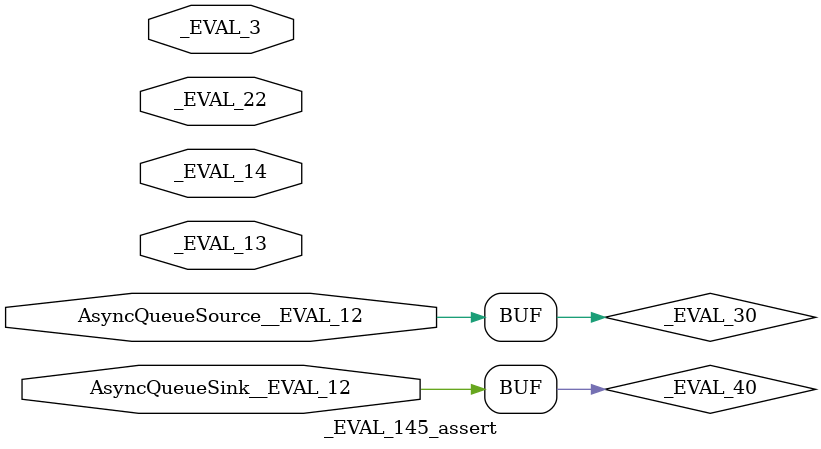
<source format=sv>
module _EVAL_145_assert(
  input   _EVAL_3,
  input   _EVAL_13,
  input   _EVAL_14,
  input   _EVAL_22,
  input   AsyncQueueSource__EVAL_12,
  input   AsyncQueueSink__EVAL_12
);
  wire  _EVAL_29;
  wire  _EVAL_30;
  wire  _EVAL_31;
  wire  _EVAL_32;
  wire  _EVAL_33;
  wire  _EVAL_34;
  wire  _EVAL_35;
  wire  _EVAL_36;
  wire  _EVAL_37;
  wire  _EVAL_38;
  wire  _EVAL_39;
  wire  _EVAL_40;
  wire  _EVAL_41;
  wire  _EVAL_42;
  wire  _EVAL_43;
  assign _EVAL_38 = ~_EVAL_14;
  assign _EVAL_30 = AsyncQueueSource__EVAL_12;
  assign _EVAL_42 = _EVAL_40 & _EVAL_32;
  assign _EVAL_43 = ~_EVAL_3;
  assign _EVAL_35 = _EVAL_29 & _EVAL_13;
  assign _EVAL_32 = ~_EVAL_13;
  assign _EVAL_39 = _EVAL_29 & _EVAL_32;
  assign _EVAL_29 = ~_EVAL_40;
  assign _EVAL_40 = AsyncQueueSink__EVAL_12;
  assign _EVAL_31 = ~_EVAL_30;
  assign _EVAL_36 = _EVAL_14 & _EVAL_31;
  assign _EVAL_33 = _EVAL_40 & _EVAL_13;
  assign _EVAL_37 = _EVAL_38 & _EVAL_31;
  assign _EVAL_41 = _EVAL_38 & _EVAL_30;
  assign _EVAL_34 = _EVAL_14 & _EVAL_30;
  always @(posedge _EVAL_22) begin
    `ifndef SYNTHESIS
    `ifdef PRINTF_COND
      if (`PRINTF_COND) begin
    `endif
        if (_EVAL_41 & _EVAL_43) begin
          $fwrite(32'h80000002,"Obfuscated Simulation Output(c2d3437a)\n");
        end
    `ifdef PRINTF_COND
      end
    `endif
    `endif // SYNTHESIS
    `ifndef SYNTHESIS
    `ifdef PRINTF_COND
      if (`PRINTF_COND) begin
    `endif
        if (_EVAL_39 & _EVAL_43) begin
          $fwrite(32'h80000002,"Obfuscated Simulation Output(7bbd6c5c)\n");
        end
    `ifdef PRINTF_COND
      end
    `endif
    `endif // SYNTHESIS
    `ifndef SYNTHESIS
    `ifdef PRINTF_COND
      if (`PRINTF_COND) begin
    `endif
        if (_EVAL_42 & _EVAL_43) begin
          $fwrite(32'h80000002,"Obfuscated Simulation Output(c10763ae)\n");
        end
    `ifdef PRINTF_COND
      end
    `endif
    `endif // SYNTHESIS
    `ifndef SYNTHESIS
    `ifdef PRINTF_COND
      if (`PRINTF_COND) begin
    `endif
        if (_EVAL_33 & _EVAL_43) begin
          $fwrite(32'h80000002,"Obfuscated Simulation Output(9df5ae29)\n");
        end
    `ifdef PRINTF_COND
      end
    `endif
    `endif // SYNTHESIS
    `ifndef SYNTHESIS
    `ifdef PRINTF_COND
      if (`PRINTF_COND) begin
    `endif
        if (_EVAL_37 & _EVAL_43) begin
          $fwrite(32'h80000002,"Obfuscated Simulation Output(6d5ff38c)\n");
        end
    `ifdef PRINTF_COND
      end
    `endif
    `endif // SYNTHESIS
    `ifndef SYNTHESIS
    `ifdef PRINTF_COND
      if (`PRINTF_COND) begin
    `endif
        if (_EVAL_35 & _EVAL_43) begin
          $fwrite(32'h80000002,"Obfuscated Simulation Output(3ad1962e)\n");
        end
    `ifdef PRINTF_COND
      end
    `endif
    `endif // SYNTHESIS
    `ifndef SYNTHESIS
    `ifdef PRINTF_COND
      if (`PRINTF_COND) begin
    `endif
        if (_EVAL_34 & _EVAL_43) begin
          $fwrite(32'h80000002,"Obfuscated Simulation Output(da55e811)\n");
        end
    `ifdef PRINTF_COND
      end
    `endif
    `endif // SYNTHESIS
    `ifndef SYNTHESIS
    `ifdef PRINTF_COND
      if (`PRINTF_COND) begin
    `endif
        if (_EVAL_36 & _EVAL_43) begin
          $fwrite(32'h80000002,"Obfuscated Simulation Output(c1b5d73d)\n");
        end
    `ifdef PRINTF_COND
      end
    `endif
    `endif // SYNTHESIS
  end

endmodule

</source>
